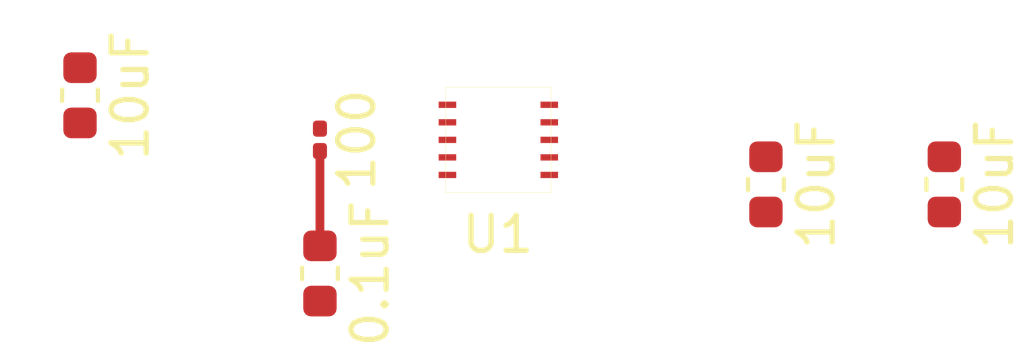
<source format=kicad_pcb>
(kicad_pcb (version 20171130) (host pcbnew "(5.1.2)-2")

  (general
    (thickness 1.6)
    (drawings 0)
    (tracks 1)
    (zones 0)
    (modules 6)
    (nets 1)
  )

  (page A4)
  (layers
    (0 F.Cu signal)
    (31 B.Cu signal)
    (32 B.Adhes user)
    (33 F.Adhes user)
    (34 B.Paste user)
    (35 F.Paste user)
    (36 B.SilkS user)
    (37 F.SilkS user)
    (38 B.Mask user)
    (39 F.Mask user)
    (40 Dwgs.User user)
    (41 Cmts.User user)
    (42 Eco1.User user)
    (43 Eco2.User user)
    (44 Edge.Cuts user)
    (45 Margin user)
    (46 B.CrtYd user)
    (47 F.CrtYd user)
    (48 B.Fab user)
    (49 F.Fab user)
  )

  (setup
    (last_trace_width 0.25)
    (trace_clearance 0.2)
    (zone_clearance 0.508)
    (zone_45_only no)
    (trace_min 0.2)
    (via_size 0.8)
    (via_drill 0.4)
    (via_min_size 0.4)
    (via_min_drill 0.3)
    (uvia_size 0.3)
    (uvia_drill 0.1)
    (uvias_allowed no)
    (uvia_min_size 0.2)
    (uvia_min_drill 0.1)
    (edge_width 0.05)
    (segment_width 0.2)
    (pcb_text_width 0.3)
    (pcb_text_size 1.5 1.5)
    (mod_edge_width 0.12)
    (mod_text_size 1 1)
    (mod_text_width 0.15)
    (pad_size 1.524 1.524)
    (pad_drill 0.762)
    (pad_to_mask_clearance 0.051)
    (solder_mask_min_width 0.25)
    (aux_axis_origin 0 0)
    (visible_elements FFFFFF7F)
    (pcbplotparams
      (layerselection 0x010fc_ffffffff)
      (usegerberextensions false)
      (usegerberattributes false)
      (usegerberadvancedattributes false)
      (creategerberjobfile false)
      (excludeedgelayer true)
      (linewidth 0.100000)
      (plotframeref false)
      (viasonmask false)
      (mode 1)
      (useauxorigin false)
      (hpglpennumber 1)
      (hpglpenspeed 20)
      (hpglpendiameter 15.000000)
      (psnegative false)
      (psa4output false)
      (plotreference true)
      (plotvalue true)
      (plotinvisibletext false)
      (padsonsilk false)
      (subtractmaskfromsilk false)
      (outputformat 1)
      (mirror false)
      (drillshape 1)
      (scaleselection 1)
      (outputdirectory ""))
  )

  (net 0 "")

  (net_class Default "Esta es la clase de red por defecto."
    (clearance 0.2)
    (trace_width 0.25)
    (via_dia 0.8)
    (via_drill 0.4)
    (uvia_dia 0.3)
    (uvia_drill 0.1)
  )

  (module Capacitor_SMD:C_0603_1608Metric (layer F.Cu) (tedit 5B301BBE) (tstamp 5D2FAFC9)
    (at 128.27 62.23 270)
    (descr "Capacitor SMD 0603 (1608 Metric), square (rectangular) end terminal, IPC_7351 nominal, (Body size source: http://www.tortai-tech.com/upload/download/2011102023233369053.pdf), generated with kicad-footprint-generator")
    (tags capacitor)
    (attr smd)
    (fp_text reference 10uF (at 0 -1.43 90) (layer F.SilkS)
      (effects (font (size 1 1) (thickness 0.15)))
    )
    (fp_text value C2 (at 0 1.43 90) (layer F.Fab)
      (effects (font (size 1 1) (thickness 0.15)))
    )
    (fp_text user %R (at 0 0 90) (layer F.Fab)
      (effects (font (size 0.4 0.4) (thickness 0.06)))
    )
    (fp_line (start 1.48 0.73) (end -1.48 0.73) (layer F.CrtYd) (width 0.05))
    (fp_line (start 1.48 -0.73) (end 1.48 0.73) (layer F.CrtYd) (width 0.05))
    (fp_line (start -1.48 -0.73) (end 1.48 -0.73) (layer F.CrtYd) (width 0.05))
    (fp_line (start -1.48 0.73) (end -1.48 -0.73) (layer F.CrtYd) (width 0.05))
    (fp_line (start -0.162779 0.51) (end 0.162779 0.51) (layer F.SilkS) (width 0.12))
    (fp_line (start -0.162779 -0.51) (end 0.162779 -0.51) (layer F.SilkS) (width 0.12))
    (fp_line (start 0.8 0.4) (end -0.8 0.4) (layer F.Fab) (width 0.1))
    (fp_line (start 0.8 -0.4) (end 0.8 0.4) (layer F.Fab) (width 0.1))
    (fp_line (start -0.8 -0.4) (end 0.8 -0.4) (layer F.Fab) (width 0.1))
    (fp_line (start -0.8 0.4) (end -0.8 -0.4) (layer F.Fab) (width 0.1))
    (pad 2 smd roundrect (at 0.7875 0 270) (size 0.875 0.95) (layers F.Cu F.Paste F.Mask) (roundrect_rratio 0.25))
    (pad 1 smd roundrect (at -0.7875 0 270) (size 0.875 0.95) (layers F.Cu F.Paste F.Mask) (roundrect_rratio 0.25))
    (model ${KISYS3DMOD}/Capacitor_SMD.3dshapes/C_0603_1608Metric.wrl
      (at (xyz 0 0 0))
      (scale (xyz 1 1 1))
      (rotate (xyz 0 0 0))
    )
  )

  (module Capacitor_SMD:C_0603_1608Metric (layer F.Cu) (tedit 5B301BBE) (tstamp 5D2FAF78)
    (at 133.35 62.23 270)
    (descr "Capacitor SMD 0603 (1608 Metric), square (rectangular) end terminal, IPC_7351 nominal, (Body size source: http://www.tortai-tech.com/upload/download/2011102023233369053.pdf), generated with kicad-footprint-generator")
    (tags capacitor)
    (attr smd)
    (fp_text reference 10uF (at 0 -1.43 90) (layer F.SilkS)
      (effects (font (size 1 1) (thickness 0.15)))
    )
    (fp_text value C3 (at 0 1.43 90) (layer F.Fab)
      (effects (font (size 1 1) (thickness 0.15)))
    )
    (fp_line (start -0.8 0.4) (end -0.8 -0.4) (layer F.Fab) (width 0.1))
    (fp_line (start -0.8 -0.4) (end 0.8 -0.4) (layer F.Fab) (width 0.1))
    (fp_line (start 0.8 -0.4) (end 0.8 0.4) (layer F.Fab) (width 0.1))
    (fp_line (start 0.8 0.4) (end -0.8 0.4) (layer F.Fab) (width 0.1))
    (fp_line (start -0.162779 -0.51) (end 0.162779 -0.51) (layer F.SilkS) (width 0.12))
    (fp_line (start -0.162779 0.51) (end 0.162779 0.51) (layer F.SilkS) (width 0.12))
    (fp_line (start -1.48 0.73) (end -1.48 -0.73) (layer F.CrtYd) (width 0.05))
    (fp_line (start -1.48 -0.73) (end 1.48 -0.73) (layer F.CrtYd) (width 0.05))
    (fp_line (start 1.48 -0.73) (end 1.48 0.73) (layer F.CrtYd) (width 0.05))
    (fp_line (start 1.48 0.73) (end -1.48 0.73) (layer F.CrtYd) (width 0.05))
    (fp_text user %R (at 0 0 90) (layer F.Fab)
      (effects (font (size 0.4 0.4) (thickness 0.06)))
    )
    (pad 1 smd roundrect (at -0.7875 0 270) (size 0.875 0.95) (layers F.Cu F.Paste F.Mask) (roundrect_rratio 0.25))
    (pad 2 smd roundrect (at 0.7875 0 270) (size 0.875 0.95) (layers F.Cu F.Paste F.Mask) (roundrect_rratio 0.25))
    (model ${KISYS3DMOD}/Capacitor_SMD.3dshapes/C_0603_1608Metric.wrl
      (at (xyz 0 0 0))
      (scale (xyz 1 1 1))
      (rotate (xyz 0 0 0))
    )
  )

  (module Capacitor_SMD:C_0603_1608Metric (layer F.Cu) (tedit 5B301BBE) (tstamp 5D2FAF27)
    (at 115.57 64.77 270)
    (descr "Capacitor SMD 0603 (1608 Metric), square (rectangular) end terminal, IPC_7351 nominal, (Body size source: http://www.tortai-tech.com/upload/download/2011102023233369053.pdf), generated with kicad-footprint-generator")
    (tags capacitor)
    (attr smd)
    (fp_text reference 0.1uF (at 0 -1.43 90) (layer F.SilkS)
      (effects (font (size 1 1) (thickness 0.15)))
    )
    (fp_text value C4 (at 0 1.43 90) (layer F.Fab)
      (effects (font (size 1 1) (thickness 0.15)))
    )
    (fp_text user %R (at 0 0 90) (layer F.Fab)
      (effects (font (size 0.4 0.4) (thickness 0.06)))
    )
    (fp_line (start 1.48 0.73) (end -1.48 0.73) (layer F.CrtYd) (width 0.05))
    (fp_line (start 1.48 -0.73) (end 1.48 0.73) (layer F.CrtYd) (width 0.05))
    (fp_line (start -1.48 -0.73) (end 1.48 -0.73) (layer F.CrtYd) (width 0.05))
    (fp_line (start -1.48 0.73) (end -1.48 -0.73) (layer F.CrtYd) (width 0.05))
    (fp_line (start -0.162779 0.51) (end 0.162779 0.51) (layer F.SilkS) (width 0.12))
    (fp_line (start -0.162779 -0.51) (end 0.162779 -0.51) (layer F.SilkS) (width 0.12))
    (fp_line (start 0.8 0.4) (end -0.8 0.4) (layer F.Fab) (width 0.1))
    (fp_line (start 0.8 -0.4) (end 0.8 0.4) (layer F.Fab) (width 0.1))
    (fp_line (start -0.8 -0.4) (end 0.8 -0.4) (layer F.Fab) (width 0.1))
    (fp_line (start -0.8 0.4) (end -0.8 -0.4) (layer F.Fab) (width 0.1))
    (pad 2 smd roundrect (at 0.7875 0 270) (size 0.875 0.95) (layers F.Cu F.Paste F.Mask) (roundrect_rratio 0.25))
    (pad 1 smd roundrect (at -0.7875 0 270) (size 0.875 0.95) (layers F.Cu F.Paste F.Mask) (roundrect_rratio 0.25))
    (model ${KISYS3DMOD}/Capacitor_SMD.3dshapes/C_0603_1608Metric.wrl
      (at (xyz 0 0 0))
      (scale (xyz 1 1 1))
      (rotate (xyz 0 0 0))
    )
  )

  (module Capacitor_SMD:C_0603_1608Metric (layer F.Cu) (tedit 5B301BBE) (tstamp 5D2FAED6)
    (at 108.7375 59.69 270)
    (descr "Capacitor SMD 0603 (1608 Metric), square (rectangular) end terminal, IPC_7351 nominal, (Body size source: http://www.tortai-tech.com/upload/download/2011102023233369053.pdf), generated with kicad-footprint-generator")
    (tags capacitor)
    (attr smd)
    (fp_text reference 10uF (at 0 -1.43 90) (layer F.SilkS)
      (effects (font (size 1 1) (thickness 0.15)))
    )
    (fp_text value C1 (at 0 1.43 90) (layer F.Fab)
      (effects (font (size 1 1) (thickness 0.15)))
    )
    (fp_text user %R (at 0 0 90) (layer F.Fab)
      (effects (font (size 0.4 0.4) (thickness 0.06)))
    )
    (fp_line (start 1.48 0.73) (end -1.48 0.73) (layer F.CrtYd) (width 0.05))
    (fp_line (start 1.48 -0.73) (end 1.48 0.73) (layer F.CrtYd) (width 0.05))
    (fp_line (start -1.48 -0.73) (end 1.48 -0.73) (layer F.CrtYd) (width 0.05))
    (fp_line (start -1.48 0.73) (end -1.48 -0.73) (layer F.CrtYd) (width 0.05))
    (fp_line (start -0.162779 0.51) (end 0.162779 0.51) (layer F.SilkS) (width 0.12))
    (fp_line (start -0.162779 -0.51) (end 0.162779 -0.51) (layer F.SilkS) (width 0.12))
    (fp_line (start 0.8 0.4) (end -0.8 0.4) (layer F.Fab) (width 0.1))
    (fp_line (start 0.8 -0.4) (end 0.8 0.4) (layer F.Fab) (width 0.1))
    (fp_line (start -0.8 -0.4) (end 0.8 -0.4) (layer F.Fab) (width 0.1))
    (fp_line (start -0.8 0.4) (end -0.8 -0.4) (layer F.Fab) (width 0.1))
    (pad 2 smd roundrect (at 0.7875 0 270) (size 0.875 0.95) (layers F.Cu F.Paste F.Mask) (roundrect_rratio 0.25))
    (pad 1 smd roundrect (at -0.7875 0 270) (size 0.875 0.95) (layers F.Cu F.Paste F.Mask) (roundrect_rratio 0.25))
    (model ${KISYS3DMOD}/Capacitor_SMD.3dshapes/C_0603_1608Metric.wrl
      (at (xyz 0 0 0))
      (scale (xyz 1 1 1))
      (rotate (xyz 0 0 0))
    )
  )

  (module Resistor_SMD:R_0201_0603Metric (layer F.Cu) (tedit 5B301BBD) (tstamp 5D2FACB2)
    (at 115.57 60.96 270)
    (descr "Resistor SMD 0201 (0603 Metric), square (rectangular) end terminal, IPC_7351 nominal, (Body size source: https://www.vishay.com/docs/20052/crcw0201e3.pdf), generated with kicad-footprint-generator")
    (tags resistor)
    (attr smd)
    (fp_text reference 100 (at 0 -1.05 90) (layer F.SilkS)
      (effects (font (size 1 1) (thickness 0.15)))
    )
    (fp_text value R1 (at 0 1.05 90) (layer F.Fab)
      (effects (font (size 1 1) (thickness 0.15)))
    )
    (fp_text user %R (at 0 -0.68 90) (layer F.Fab)
      (effects (font (size 0.25 0.25) (thickness 0.04)))
    )
    (fp_line (start 0.7 0.35) (end -0.7 0.35) (layer F.CrtYd) (width 0.05))
    (fp_line (start 0.7 -0.35) (end 0.7 0.35) (layer F.CrtYd) (width 0.05))
    (fp_line (start -0.7 -0.35) (end 0.7 -0.35) (layer F.CrtYd) (width 0.05))
    (fp_line (start -0.7 0.35) (end -0.7 -0.35) (layer F.CrtYd) (width 0.05))
    (fp_line (start 0.3 0.15) (end -0.3 0.15) (layer F.Fab) (width 0.1))
    (fp_line (start 0.3 -0.15) (end 0.3 0.15) (layer F.Fab) (width 0.1))
    (fp_line (start -0.3 -0.15) (end 0.3 -0.15) (layer F.Fab) (width 0.1))
    (fp_line (start -0.3 0.15) (end -0.3 -0.15) (layer F.Fab) (width 0.1))
    (pad 2 smd roundrect (at 0.32 0 270) (size 0.46 0.4) (layers F.Cu F.Mask) (roundrect_rratio 0.25))
    (pad 1 smd roundrect (at -0.32 0 270) (size 0.46 0.4) (layers F.Cu F.Mask) (roundrect_rratio 0.25))
    (pad "" smd roundrect (at 0.345 0 270) (size 0.318 0.36) (layers F.Paste) (roundrect_rratio 0.25))
    (pad "" smd roundrect (at -0.345 0 270) (size 0.318 0.36) (layers F.Paste) (roundrect_rratio 0.25))
    (model ${KISYS3DMOD}/Resistor_SMD.3dshapes/R_0201_0603Metric.wrl
      (at (xyz 0 0 0))
      (scale (xyz 1 1 1))
      (rotate (xyz 0 0 0))
    )
  )

  (module Regulator:TPS63001 (layer F.Cu) (tedit 5D2F6313) (tstamp 5D2FAB71)
    (at 120.65 60.96)
    (fp_text reference U1 (at -0.015 2.695) (layer F.SilkS)
      (effects (font (size 1 1) (thickness 0.15)))
    )
    (fp_text value TPS63001 (at -0.015 -3.14) (layer F.Fab)
      (effects (font (size 1 1) (thickness 0.15)))
    )
    (fp_line (start -1.5 1.5) (end -1.5 -1.5) (layer F.SilkS) (width 0.01))
    (fp_line (start 1.5 1.5) (end -1.5 1.5) (layer F.SilkS) (width 0.01))
    (fp_line (start 1.5 -1.5) (end 1.5 1.5) (layer F.SilkS) (width 0.01))
    (fp_line (start -1.5 -1.5) (end 1.5 -1.5) (layer F.SilkS) (width 0.01))
    (fp_poly (pts (xy -0.815 -1.2) (xy -0.325 -1.2) (xy -0.325 -1.7) (xy -0.105 -1.7)
      (xy -0.105 -1.2) (xy 0.115 -1.2) (xy 0.115 -1.7) (xy 0.325 -1.7)
      (xy 0.325 -1.2) (xy 0.825 -1.2) (xy 0.825 1.21) (xy 0.325 1.21)
      (xy 0.325 1.7) (xy 0.13 1.7) (xy 0.13 1.205) (xy -0.125 1.205)
      (xy -0.125 1.7) (xy -0.325 1.7) (xy -0.325 1.2) (xy -0.49 1.2)
      (xy -0.815 0.92)) (layer F.Paste) (width 0))
    (pad 5 smd custom (at -1.45 -1) (size 0.5 0.18) (layers F.Cu F.Paste F.Mask)
      (zone_connect 0)
      (options (clearance outline) (anchor rect))
      (primitives
      ))
    (pad 4 smd custom (at -1.45 -0.5) (size 0.5 0.18) (layers F.Cu F.Paste F.Mask)
      (zone_connect 0)
      (options (clearance outline) (anchor rect))
      (primitives
      ))
    (pad 3 smd custom (at -1.45 0) (size 0.5 0.18) (layers F.Cu F.Paste F.Mask)
      (zone_connect 0)
      (options (clearance outline) (anchor rect))
      (primitives
      ))
    (pad 2 smd custom (at -1.45 0.5) (size 0.5 0.18) (layers F.Cu F.Paste F.Mask)
      (zone_connect 0)
      (options (clearance outline) (anchor rect))
      (primitives
      ))
    (pad 1 smd custom (at -1.45 1) (size 0.5 0.18) (layers F.Cu F.Paste F.Mask)
      (zone_connect 0)
      (options (clearance outline) (anchor rect))
      (primitives
      ))
    (pad 10 smd custom (at 1.45 1) (size 0.5 0.18) (layers F.Cu F.Paste F.Mask)
      (zone_connect 0)
      (options (clearance outline) (anchor rect))
      (primitives
      ))
    (pad 9 smd custom (at 1.45 0.5) (size 0.5 0.18) (layers F.Cu F.Paste F.Mask)
      (zone_connect 0)
      (options (clearance outline) (anchor rect))
      (primitives
      ))
    (pad 8 smd custom (at 1.45 0) (size 0.5 0.18) (layers F.Cu F.Paste F.Mask)
      (zone_connect 0)
      (options (clearance outline) (anchor rect))
      (primitives
      ))
    (pad 7 smd custom (at 1.45 -0.5) (size 0.5 0.18) (layers F.Cu F.Paste F.Mask)
      (zone_connect 0)
      (options (clearance outline) (anchor rect))
      (primitives
      ))
    (pad 6 smd custom (at 1.45 -1) (size 0.5 0.18) (layers F.Cu F.Paste F.Mask)
      (zone_connect 0)
      (options (clearance outline) (anchor rect))
      (primitives
      ))
  )

  (segment (start 115.57 61.28) (end 115.57 63.9825) (width 0.25) (layer F.Cu) (net 0))

)

</source>
